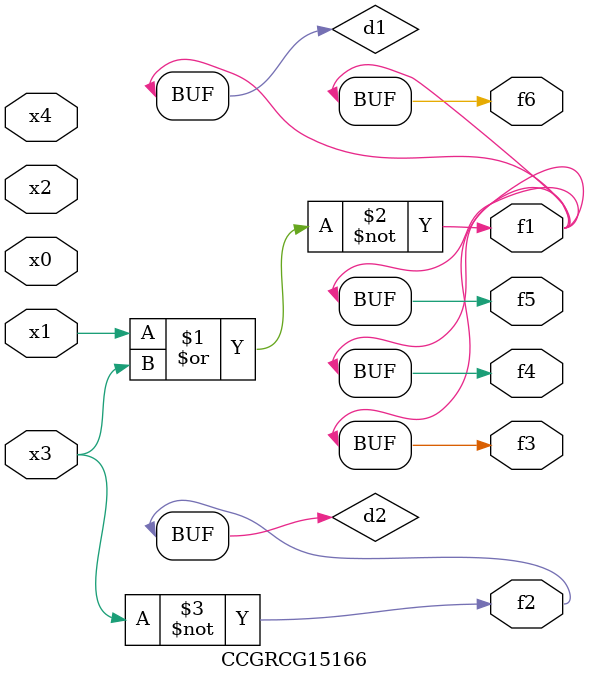
<source format=v>
module CCGRCG15166(
	input x0, x1, x2, x3, x4,
	output f1, f2, f3, f4, f5, f6
);

	wire d1, d2;

	nor (d1, x1, x3);
	not (d2, x3);
	assign f1 = d1;
	assign f2 = d2;
	assign f3 = d1;
	assign f4 = d1;
	assign f5 = d1;
	assign f6 = d1;
endmodule

</source>
